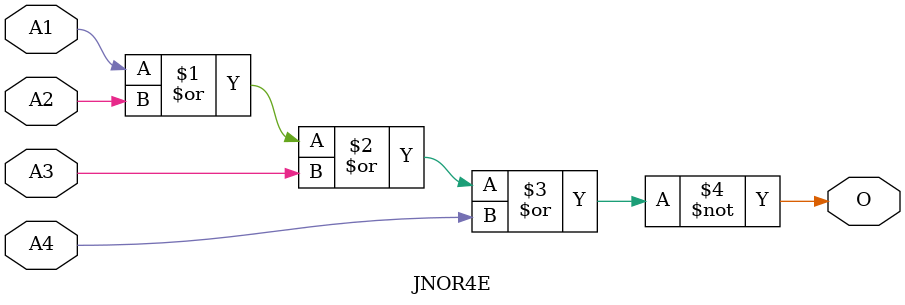
<source format=v>
module JNOR4E(A1, A2, A3, A4, O);
input   A1;
input   A2;
input   A3;
input   A4;
output  O;
nor g0(O, A1, A2, A3, A4);
endmodule
</source>
